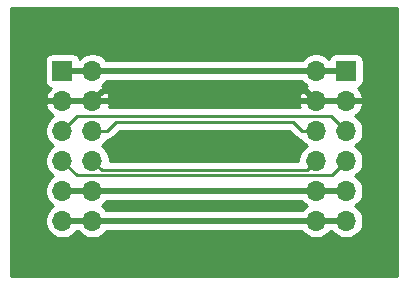
<source format=gbr>
%TF.GenerationSoftware,KiCad,Pcbnew,5.1.9-73d0e3b20d~88~ubuntu20.04.1*%
%TF.CreationDate,2021-04-02T21:19:43-07:00*%
%TF.ProjectId,wow_fix,776f775f-6669-4782-9e6b-696361645f70,A*%
%TF.SameCoordinates,Original*%
%TF.FileFunction,Copper,L2,Bot*%
%TF.FilePolarity,Positive*%
%FSLAX46Y46*%
G04 Gerber Fmt 4.6, Leading zero omitted, Abs format (unit mm)*
G04 Created by KiCad (PCBNEW 5.1.9-73d0e3b20d~88~ubuntu20.04.1) date 2021-04-02 21:19:43*
%MOMM*%
%LPD*%
G01*
G04 APERTURE LIST*
%TA.AperFunction,ComponentPad*%
%ADD10O,1.700000X1.700000*%
%TD*%
%TA.AperFunction,ComponentPad*%
%ADD11R,1.700000X1.700000*%
%TD*%
%TA.AperFunction,ViaPad*%
%ADD12C,0.800000*%
%TD*%
%TA.AperFunction,Conductor*%
%ADD13C,0.500000*%
%TD*%
%TA.AperFunction,Conductor*%
%ADD14C,0.250000*%
%TD*%
%TA.AperFunction,Conductor*%
%ADD15C,0.254000*%
%TD*%
%TA.AperFunction,Conductor*%
%ADD16C,0.100000*%
%TD*%
G04 APERTURE END LIST*
D10*
%TO.P,CN2,12*%
%TO.N,/POW_IN34*%
X109460000Y-106700000D03*
%TO.P,CN2,11*%
X112000000Y-106700000D03*
%TO.P,CN2,10*%
%TO.N,/GND34*%
X109460000Y-104160000D03*
%TO.P,CN2,9*%
X112000000Y-104160000D03*
%TO.P,CN2,8*%
%TO.N,/STOPH*%
X109460000Y-101620000D03*
%TO.P,CN2,7*%
%TO.N,/STOPL*%
X112000000Y-101620000D03*
%TO.P,CN2,6*%
%TO.N,/COMH*%
X109460000Y-99080000D03*
%TO.P,CN2,5*%
%TO.N,/COML*%
X112000000Y-99080000D03*
%TO.P,CN2,4*%
%TO.N,/GND12*%
X109460000Y-96540000D03*
%TO.P,CN2,3*%
X112000000Y-96540000D03*
%TO.P,CN2,2*%
%TO.N,/POW_IN12*%
X109460000Y-94000000D03*
D11*
%TO.P,CN2,1*%
X112000000Y-94000000D03*
%TD*%
D10*
%TO.P,CN1,12*%
%TO.N,/POW_IN34*%
X90540000Y-106700000D03*
%TO.P,CN1,11*%
X88000000Y-106700000D03*
%TO.P,CN1,10*%
%TO.N,/GND34*%
X90540000Y-104160000D03*
%TO.P,CN1,9*%
X88000000Y-104160000D03*
%TO.P,CN1,8*%
%TO.N,/STOPH*%
X90540000Y-101620000D03*
%TO.P,CN1,7*%
%TO.N,/STOPL*%
X88000000Y-101620000D03*
%TO.P,CN1,6*%
%TO.N,/COMH*%
X90540000Y-99080000D03*
%TO.P,CN1,5*%
%TO.N,/COML*%
X88000000Y-99080000D03*
%TO.P,CN1,4*%
%TO.N,/GND12*%
X90540000Y-96540000D03*
%TO.P,CN1,3*%
X88000000Y-96540000D03*
%TO.P,CN1,2*%
%TO.N,/POW_IN12*%
X90540000Y-94000000D03*
D11*
%TO.P,CN1,1*%
X88000000Y-94000000D03*
%TD*%
D12*
%TO.N,/GND12*%
X99979999Y-95690001D03*
X99980000Y-108010000D03*
X99980000Y-105520000D03*
X99980000Y-100090000D03*
X99980000Y-92420000D03*
%TD*%
D13*
%TO.N,/POW_IN34*%
X88000000Y-106700000D02*
X90540000Y-106700000D01*
X90540000Y-106700000D02*
X109460000Y-106700000D01*
X109460000Y-106700000D02*
X112000000Y-106700000D01*
%TO.N,/GND34*%
X88000000Y-104160000D02*
X90540000Y-104160000D01*
X90540000Y-104160000D02*
X109460000Y-104160000D01*
X109460000Y-104160000D02*
X112000000Y-104160000D01*
D14*
%TO.N,/STOPH*%
X108690000Y-102390000D02*
X109460000Y-101620000D01*
X90540000Y-101620000D02*
X91310000Y-102390000D01*
X91310000Y-102390000D02*
X108690000Y-102390000D01*
%TO.N,/STOPL*%
X88000000Y-101620000D02*
X89220011Y-102840011D01*
X89220011Y-102840011D02*
X110779989Y-102840011D01*
X110779989Y-102840011D02*
X112000000Y-101620000D01*
%TO.N,/COMH*%
X108257919Y-99080000D02*
X109460000Y-99080000D01*
X107477919Y-98300000D02*
X108257919Y-99080000D01*
X92522081Y-98300000D02*
X107477919Y-98300000D01*
X91742081Y-99080000D02*
X92522081Y-98300000D01*
X90540000Y-99080000D02*
X91742081Y-99080000D01*
%TO.N,/COML*%
X111150001Y-98230001D02*
X112000000Y-99080000D01*
X110750000Y-97830000D02*
X111150001Y-98230001D01*
X89250000Y-97830000D02*
X110750000Y-97830000D01*
X88000000Y-99080000D02*
X89250000Y-97830000D01*
D13*
%TO.N,/GND12*%
X88000000Y-96540000D02*
X90540000Y-96540000D01*
X109460000Y-96540000D02*
X112000000Y-96540000D01*
X91389999Y-95690001D02*
X99979999Y-95690001D01*
X108610001Y-95690001D02*
X109460000Y-96540000D01*
X90540000Y-96540000D02*
X91389999Y-95690001D01*
X99979999Y-95690001D02*
X108610001Y-95690001D01*
%TO.N,/POW_IN12*%
X88000000Y-94000000D02*
X90540000Y-94000000D01*
X109460000Y-94000000D02*
X112000000Y-94000000D01*
X90540000Y-94000000D02*
X99980000Y-94000000D01*
X99980000Y-94000000D02*
X109460000Y-94000000D01*
%TD*%
D15*
%TO.N,/GND12*%
X116330550Y-111349806D02*
X83660000Y-111340195D01*
X83660000Y-98933740D01*
X86515000Y-98933740D01*
X86515000Y-99226260D01*
X86572068Y-99513158D01*
X86684010Y-99783411D01*
X86846525Y-100026632D01*
X87053368Y-100233475D01*
X87227760Y-100350000D01*
X87053368Y-100466525D01*
X86846525Y-100673368D01*
X86684010Y-100916589D01*
X86572068Y-101186842D01*
X86515000Y-101473740D01*
X86515000Y-101766260D01*
X86572068Y-102053158D01*
X86684010Y-102323411D01*
X86846525Y-102566632D01*
X87053368Y-102773475D01*
X87227760Y-102890000D01*
X87053368Y-103006525D01*
X86846525Y-103213368D01*
X86684010Y-103456589D01*
X86572068Y-103726842D01*
X86515000Y-104013740D01*
X86515000Y-104306260D01*
X86572068Y-104593158D01*
X86684010Y-104863411D01*
X86846525Y-105106632D01*
X87053368Y-105313475D01*
X87227760Y-105430000D01*
X87053368Y-105546525D01*
X86846525Y-105753368D01*
X86684010Y-105996589D01*
X86572068Y-106266842D01*
X86515000Y-106553740D01*
X86515000Y-106846260D01*
X86572068Y-107133158D01*
X86684010Y-107403411D01*
X86846525Y-107646632D01*
X87053368Y-107853475D01*
X87296589Y-108015990D01*
X87566842Y-108127932D01*
X87853740Y-108185000D01*
X88146260Y-108185000D01*
X88433158Y-108127932D01*
X88703411Y-108015990D01*
X88946632Y-107853475D01*
X89153475Y-107646632D01*
X89194656Y-107585000D01*
X89345344Y-107585000D01*
X89386525Y-107646632D01*
X89593368Y-107853475D01*
X89836589Y-108015990D01*
X90106842Y-108127932D01*
X90393740Y-108185000D01*
X90686260Y-108185000D01*
X90973158Y-108127932D01*
X91243411Y-108015990D01*
X91486632Y-107853475D01*
X91693475Y-107646632D01*
X91734656Y-107585000D01*
X108265344Y-107585000D01*
X108306525Y-107646632D01*
X108513368Y-107853475D01*
X108756589Y-108015990D01*
X109026842Y-108127932D01*
X109313740Y-108185000D01*
X109606260Y-108185000D01*
X109893158Y-108127932D01*
X110163411Y-108015990D01*
X110406632Y-107853475D01*
X110613475Y-107646632D01*
X110654656Y-107585000D01*
X110805344Y-107585000D01*
X110846525Y-107646632D01*
X111053368Y-107853475D01*
X111296589Y-108015990D01*
X111566842Y-108127932D01*
X111853740Y-108185000D01*
X112146260Y-108185000D01*
X112433158Y-108127932D01*
X112703411Y-108015990D01*
X112946632Y-107853475D01*
X113153475Y-107646632D01*
X113315990Y-107403411D01*
X113427932Y-107133158D01*
X113485000Y-106846260D01*
X113485000Y-106553740D01*
X113427932Y-106266842D01*
X113315990Y-105996589D01*
X113153475Y-105753368D01*
X112946632Y-105546525D01*
X112772240Y-105430000D01*
X112946632Y-105313475D01*
X113153475Y-105106632D01*
X113315990Y-104863411D01*
X113427932Y-104593158D01*
X113485000Y-104306260D01*
X113485000Y-104013740D01*
X113427932Y-103726842D01*
X113315990Y-103456589D01*
X113153475Y-103213368D01*
X112946632Y-103006525D01*
X112772240Y-102890000D01*
X112946632Y-102773475D01*
X113153475Y-102566632D01*
X113315990Y-102323411D01*
X113427932Y-102053158D01*
X113485000Y-101766260D01*
X113485000Y-101473740D01*
X113427932Y-101186842D01*
X113315990Y-100916589D01*
X113153475Y-100673368D01*
X112946632Y-100466525D01*
X112772240Y-100350000D01*
X112946632Y-100233475D01*
X113153475Y-100026632D01*
X113315990Y-99783411D01*
X113427932Y-99513158D01*
X113485000Y-99226260D01*
X113485000Y-98933740D01*
X113427932Y-98646842D01*
X113315990Y-98376589D01*
X113153475Y-98133368D01*
X112946632Y-97926525D01*
X112764466Y-97804805D01*
X112881355Y-97735178D01*
X113097588Y-97540269D01*
X113271641Y-97306920D01*
X113396825Y-97044099D01*
X113441476Y-96896890D01*
X113320155Y-96667000D01*
X112127000Y-96667000D01*
X112127000Y-96687000D01*
X111873000Y-96687000D01*
X111873000Y-96667000D01*
X109587000Y-96667000D01*
X109587000Y-96687000D01*
X109333000Y-96687000D01*
X109333000Y-96667000D01*
X108139845Y-96667000D01*
X108018524Y-96896890D01*
X108063175Y-97044099D01*
X108075512Y-97070000D01*
X91924488Y-97070000D01*
X91936825Y-97044099D01*
X91981476Y-96896890D01*
X91860155Y-96667000D01*
X90667000Y-96667000D01*
X90667000Y-96687000D01*
X90413000Y-96687000D01*
X90413000Y-96667000D01*
X88127000Y-96667000D01*
X88127000Y-96687000D01*
X87873000Y-96687000D01*
X87873000Y-96667000D01*
X86679845Y-96667000D01*
X86558524Y-96896890D01*
X86603175Y-97044099D01*
X86728359Y-97306920D01*
X86902412Y-97540269D01*
X87118645Y-97735178D01*
X87235534Y-97804805D01*
X87053368Y-97926525D01*
X86846525Y-98133368D01*
X86684010Y-98376589D01*
X86572068Y-98646842D01*
X86515000Y-98933740D01*
X83660000Y-98933740D01*
X83660000Y-93150000D01*
X86511928Y-93150000D01*
X86511928Y-94850000D01*
X86524188Y-94974482D01*
X86560498Y-95094180D01*
X86619463Y-95204494D01*
X86698815Y-95301185D01*
X86795506Y-95380537D01*
X86905820Y-95439502D01*
X86986466Y-95463966D01*
X86902412Y-95539731D01*
X86728359Y-95773080D01*
X86603175Y-96035901D01*
X86558524Y-96183110D01*
X86679845Y-96413000D01*
X87873000Y-96413000D01*
X87873000Y-96393000D01*
X88127000Y-96393000D01*
X88127000Y-96413000D01*
X90413000Y-96413000D01*
X90413000Y-96393000D01*
X90667000Y-96393000D01*
X90667000Y-96413000D01*
X91860155Y-96413000D01*
X91981476Y-96183110D01*
X91936825Y-96035901D01*
X91811641Y-95773080D01*
X91637588Y-95539731D01*
X91421355Y-95344822D01*
X91304466Y-95275195D01*
X91486632Y-95153475D01*
X91693475Y-94946632D01*
X91734656Y-94885000D01*
X108265344Y-94885000D01*
X108306525Y-94946632D01*
X108513368Y-95153475D01*
X108695534Y-95275195D01*
X108578645Y-95344822D01*
X108362412Y-95539731D01*
X108188359Y-95773080D01*
X108063175Y-96035901D01*
X108018524Y-96183110D01*
X108139845Y-96413000D01*
X109333000Y-96413000D01*
X109333000Y-96393000D01*
X109587000Y-96393000D01*
X109587000Y-96413000D01*
X111873000Y-96413000D01*
X111873000Y-96393000D01*
X112127000Y-96393000D01*
X112127000Y-96413000D01*
X113320155Y-96413000D01*
X113441476Y-96183110D01*
X113396825Y-96035901D01*
X113271641Y-95773080D01*
X113097588Y-95539731D01*
X113013534Y-95463966D01*
X113094180Y-95439502D01*
X113204494Y-95380537D01*
X113301185Y-95301185D01*
X113380537Y-95204494D01*
X113439502Y-95094180D01*
X113475812Y-94974482D01*
X113488072Y-94850000D01*
X113488072Y-93150000D01*
X113475812Y-93025518D01*
X113439502Y-92905820D01*
X113380537Y-92795506D01*
X113301185Y-92698815D01*
X113204494Y-92619463D01*
X113094180Y-92560498D01*
X112974482Y-92524188D01*
X112850000Y-92511928D01*
X111150000Y-92511928D01*
X111025518Y-92524188D01*
X110905820Y-92560498D01*
X110795506Y-92619463D01*
X110698815Y-92698815D01*
X110619463Y-92795506D01*
X110560498Y-92905820D01*
X110538487Y-92978380D01*
X110406632Y-92846525D01*
X110163411Y-92684010D01*
X109893158Y-92572068D01*
X109606260Y-92515000D01*
X109313740Y-92515000D01*
X109026842Y-92572068D01*
X108756589Y-92684010D01*
X108513368Y-92846525D01*
X108306525Y-93053368D01*
X108265344Y-93115000D01*
X91734656Y-93115000D01*
X91693475Y-93053368D01*
X91486632Y-92846525D01*
X91243411Y-92684010D01*
X90973158Y-92572068D01*
X90686260Y-92515000D01*
X90393740Y-92515000D01*
X90106842Y-92572068D01*
X89836589Y-92684010D01*
X89593368Y-92846525D01*
X89461513Y-92978380D01*
X89439502Y-92905820D01*
X89380537Y-92795506D01*
X89301185Y-92698815D01*
X89204494Y-92619463D01*
X89094180Y-92560498D01*
X88974482Y-92524188D01*
X88850000Y-92511928D01*
X87150000Y-92511928D01*
X87025518Y-92524188D01*
X86905820Y-92560498D01*
X86795506Y-92619463D01*
X86698815Y-92698815D01*
X86619463Y-92795506D01*
X86560498Y-92905820D01*
X86524188Y-93025518D01*
X86511928Y-93150000D01*
X83660000Y-93150000D01*
X83660000Y-88659805D01*
X116349451Y-88650194D01*
X116330550Y-111349806D01*
%TA.AperFunction,Conductor*%
D16*
G36*
X116330550Y-111349806D02*
G01*
X83660000Y-111340195D01*
X83660000Y-98933740D01*
X86515000Y-98933740D01*
X86515000Y-99226260D01*
X86572068Y-99513158D01*
X86684010Y-99783411D01*
X86846525Y-100026632D01*
X87053368Y-100233475D01*
X87227760Y-100350000D01*
X87053368Y-100466525D01*
X86846525Y-100673368D01*
X86684010Y-100916589D01*
X86572068Y-101186842D01*
X86515000Y-101473740D01*
X86515000Y-101766260D01*
X86572068Y-102053158D01*
X86684010Y-102323411D01*
X86846525Y-102566632D01*
X87053368Y-102773475D01*
X87227760Y-102890000D01*
X87053368Y-103006525D01*
X86846525Y-103213368D01*
X86684010Y-103456589D01*
X86572068Y-103726842D01*
X86515000Y-104013740D01*
X86515000Y-104306260D01*
X86572068Y-104593158D01*
X86684010Y-104863411D01*
X86846525Y-105106632D01*
X87053368Y-105313475D01*
X87227760Y-105430000D01*
X87053368Y-105546525D01*
X86846525Y-105753368D01*
X86684010Y-105996589D01*
X86572068Y-106266842D01*
X86515000Y-106553740D01*
X86515000Y-106846260D01*
X86572068Y-107133158D01*
X86684010Y-107403411D01*
X86846525Y-107646632D01*
X87053368Y-107853475D01*
X87296589Y-108015990D01*
X87566842Y-108127932D01*
X87853740Y-108185000D01*
X88146260Y-108185000D01*
X88433158Y-108127932D01*
X88703411Y-108015990D01*
X88946632Y-107853475D01*
X89153475Y-107646632D01*
X89194656Y-107585000D01*
X89345344Y-107585000D01*
X89386525Y-107646632D01*
X89593368Y-107853475D01*
X89836589Y-108015990D01*
X90106842Y-108127932D01*
X90393740Y-108185000D01*
X90686260Y-108185000D01*
X90973158Y-108127932D01*
X91243411Y-108015990D01*
X91486632Y-107853475D01*
X91693475Y-107646632D01*
X91734656Y-107585000D01*
X108265344Y-107585000D01*
X108306525Y-107646632D01*
X108513368Y-107853475D01*
X108756589Y-108015990D01*
X109026842Y-108127932D01*
X109313740Y-108185000D01*
X109606260Y-108185000D01*
X109893158Y-108127932D01*
X110163411Y-108015990D01*
X110406632Y-107853475D01*
X110613475Y-107646632D01*
X110654656Y-107585000D01*
X110805344Y-107585000D01*
X110846525Y-107646632D01*
X111053368Y-107853475D01*
X111296589Y-108015990D01*
X111566842Y-108127932D01*
X111853740Y-108185000D01*
X112146260Y-108185000D01*
X112433158Y-108127932D01*
X112703411Y-108015990D01*
X112946632Y-107853475D01*
X113153475Y-107646632D01*
X113315990Y-107403411D01*
X113427932Y-107133158D01*
X113485000Y-106846260D01*
X113485000Y-106553740D01*
X113427932Y-106266842D01*
X113315990Y-105996589D01*
X113153475Y-105753368D01*
X112946632Y-105546525D01*
X112772240Y-105430000D01*
X112946632Y-105313475D01*
X113153475Y-105106632D01*
X113315990Y-104863411D01*
X113427932Y-104593158D01*
X113485000Y-104306260D01*
X113485000Y-104013740D01*
X113427932Y-103726842D01*
X113315990Y-103456589D01*
X113153475Y-103213368D01*
X112946632Y-103006525D01*
X112772240Y-102890000D01*
X112946632Y-102773475D01*
X113153475Y-102566632D01*
X113315990Y-102323411D01*
X113427932Y-102053158D01*
X113485000Y-101766260D01*
X113485000Y-101473740D01*
X113427932Y-101186842D01*
X113315990Y-100916589D01*
X113153475Y-100673368D01*
X112946632Y-100466525D01*
X112772240Y-100350000D01*
X112946632Y-100233475D01*
X113153475Y-100026632D01*
X113315990Y-99783411D01*
X113427932Y-99513158D01*
X113485000Y-99226260D01*
X113485000Y-98933740D01*
X113427932Y-98646842D01*
X113315990Y-98376589D01*
X113153475Y-98133368D01*
X112946632Y-97926525D01*
X112764466Y-97804805D01*
X112881355Y-97735178D01*
X113097588Y-97540269D01*
X113271641Y-97306920D01*
X113396825Y-97044099D01*
X113441476Y-96896890D01*
X113320155Y-96667000D01*
X112127000Y-96667000D01*
X112127000Y-96687000D01*
X111873000Y-96687000D01*
X111873000Y-96667000D01*
X109587000Y-96667000D01*
X109587000Y-96687000D01*
X109333000Y-96687000D01*
X109333000Y-96667000D01*
X108139845Y-96667000D01*
X108018524Y-96896890D01*
X108063175Y-97044099D01*
X108075512Y-97070000D01*
X91924488Y-97070000D01*
X91936825Y-97044099D01*
X91981476Y-96896890D01*
X91860155Y-96667000D01*
X90667000Y-96667000D01*
X90667000Y-96687000D01*
X90413000Y-96687000D01*
X90413000Y-96667000D01*
X88127000Y-96667000D01*
X88127000Y-96687000D01*
X87873000Y-96687000D01*
X87873000Y-96667000D01*
X86679845Y-96667000D01*
X86558524Y-96896890D01*
X86603175Y-97044099D01*
X86728359Y-97306920D01*
X86902412Y-97540269D01*
X87118645Y-97735178D01*
X87235534Y-97804805D01*
X87053368Y-97926525D01*
X86846525Y-98133368D01*
X86684010Y-98376589D01*
X86572068Y-98646842D01*
X86515000Y-98933740D01*
X83660000Y-98933740D01*
X83660000Y-93150000D01*
X86511928Y-93150000D01*
X86511928Y-94850000D01*
X86524188Y-94974482D01*
X86560498Y-95094180D01*
X86619463Y-95204494D01*
X86698815Y-95301185D01*
X86795506Y-95380537D01*
X86905820Y-95439502D01*
X86986466Y-95463966D01*
X86902412Y-95539731D01*
X86728359Y-95773080D01*
X86603175Y-96035901D01*
X86558524Y-96183110D01*
X86679845Y-96413000D01*
X87873000Y-96413000D01*
X87873000Y-96393000D01*
X88127000Y-96393000D01*
X88127000Y-96413000D01*
X90413000Y-96413000D01*
X90413000Y-96393000D01*
X90667000Y-96393000D01*
X90667000Y-96413000D01*
X91860155Y-96413000D01*
X91981476Y-96183110D01*
X91936825Y-96035901D01*
X91811641Y-95773080D01*
X91637588Y-95539731D01*
X91421355Y-95344822D01*
X91304466Y-95275195D01*
X91486632Y-95153475D01*
X91693475Y-94946632D01*
X91734656Y-94885000D01*
X108265344Y-94885000D01*
X108306525Y-94946632D01*
X108513368Y-95153475D01*
X108695534Y-95275195D01*
X108578645Y-95344822D01*
X108362412Y-95539731D01*
X108188359Y-95773080D01*
X108063175Y-96035901D01*
X108018524Y-96183110D01*
X108139845Y-96413000D01*
X109333000Y-96413000D01*
X109333000Y-96393000D01*
X109587000Y-96393000D01*
X109587000Y-96413000D01*
X111873000Y-96413000D01*
X111873000Y-96393000D01*
X112127000Y-96393000D01*
X112127000Y-96413000D01*
X113320155Y-96413000D01*
X113441476Y-96183110D01*
X113396825Y-96035901D01*
X113271641Y-95773080D01*
X113097588Y-95539731D01*
X113013534Y-95463966D01*
X113094180Y-95439502D01*
X113204494Y-95380537D01*
X113301185Y-95301185D01*
X113380537Y-95204494D01*
X113439502Y-95094180D01*
X113475812Y-94974482D01*
X113488072Y-94850000D01*
X113488072Y-93150000D01*
X113475812Y-93025518D01*
X113439502Y-92905820D01*
X113380537Y-92795506D01*
X113301185Y-92698815D01*
X113204494Y-92619463D01*
X113094180Y-92560498D01*
X112974482Y-92524188D01*
X112850000Y-92511928D01*
X111150000Y-92511928D01*
X111025518Y-92524188D01*
X110905820Y-92560498D01*
X110795506Y-92619463D01*
X110698815Y-92698815D01*
X110619463Y-92795506D01*
X110560498Y-92905820D01*
X110538487Y-92978380D01*
X110406632Y-92846525D01*
X110163411Y-92684010D01*
X109893158Y-92572068D01*
X109606260Y-92515000D01*
X109313740Y-92515000D01*
X109026842Y-92572068D01*
X108756589Y-92684010D01*
X108513368Y-92846525D01*
X108306525Y-93053368D01*
X108265344Y-93115000D01*
X91734656Y-93115000D01*
X91693475Y-93053368D01*
X91486632Y-92846525D01*
X91243411Y-92684010D01*
X90973158Y-92572068D01*
X90686260Y-92515000D01*
X90393740Y-92515000D01*
X90106842Y-92572068D01*
X89836589Y-92684010D01*
X89593368Y-92846525D01*
X89461513Y-92978380D01*
X89439502Y-92905820D01*
X89380537Y-92795506D01*
X89301185Y-92698815D01*
X89204494Y-92619463D01*
X89094180Y-92560498D01*
X88974482Y-92524188D01*
X88850000Y-92511928D01*
X87150000Y-92511928D01*
X87025518Y-92524188D01*
X86905820Y-92560498D01*
X86795506Y-92619463D01*
X86698815Y-92698815D01*
X86619463Y-92795506D01*
X86560498Y-92905820D01*
X86524188Y-93025518D01*
X86511928Y-93150000D01*
X83660000Y-93150000D01*
X83660000Y-88659805D01*
X116349451Y-88650194D01*
X116330550Y-111349806D01*
G37*
%TD.AperFunction*%
D15*
X108306525Y-105106632D02*
X108513368Y-105313475D01*
X108687760Y-105430000D01*
X108513368Y-105546525D01*
X108306525Y-105753368D01*
X108265344Y-105815000D01*
X91734656Y-105815000D01*
X91693475Y-105753368D01*
X91486632Y-105546525D01*
X91312240Y-105430000D01*
X91486632Y-105313475D01*
X91693475Y-105106632D01*
X91734656Y-105045000D01*
X108265344Y-105045000D01*
X108306525Y-105106632D01*
%TA.AperFunction,Conductor*%
D16*
G36*
X108306525Y-105106632D02*
G01*
X108513368Y-105313475D01*
X108687760Y-105430000D01*
X108513368Y-105546525D01*
X108306525Y-105753368D01*
X108265344Y-105815000D01*
X91734656Y-105815000D01*
X91693475Y-105753368D01*
X91486632Y-105546525D01*
X91312240Y-105430000D01*
X91486632Y-105313475D01*
X91693475Y-105106632D01*
X91734656Y-105045000D01*
X108265344Y-105045000D01*
X108306525Y-105106632D01*
G37*
%TD.AperFunction*%
D15*
X107694120Y-99591002D02*
X107717918Y-99620001D01*
X107746916Y-99643799D01*
X107833643Y-99714974D01*
X107965672Y-99785546D01*
X108108933Y-99829003D01*
X108179091Y-99835913D01*
X108306525Y-100026632D01*
X108513368Y-100233475D01*
X108687760Y-100350000D01*
X108513368Y-100466525D01*
X108306525Y-100673368D01*
X108144010Y-100916589D01*
X108032068Y-101186842D01*
X107975000Y-101473740D01*
X107975000Y-101630000D01*
X92025000Y-101630000D01*
X92025000Y-101473740D01*
X91967932Y-101186842D01*
X91855990Y-100916589D01*
X91693475Y-100673368D01*
X91486632Y-100466525D01*
X91312240Y-100350000D01*
X91486632Y-100233475D01*
X91693475Y-100026632D01*
X91820909Y-99835913D01*
X91891067Y-99829003D01*
X92034328Y-99785546D01*
X92166357Y-99714974D01*
X92282082Y-99620001D01*
X92305884Y-99590998D01*
X92836883Y-99060000D01*
X107163118Y-99060000D01*
X107694120Y-99591002D01*
%TA.AperFunction,Conductor*%
D16*
G36*
X107694120Y-99591002D02*
G01*
X107717918Y-99620001D01*
X107746916Y-99643799D01*
X107833643Y-99714974D01*
X107965672Y-99785546D01*
X108108933Y-99829003D01*
X108179091Y-99835913D01*
X108306525Y-100026632D01*
X108513368Y-100233475D01*
X108687760Y-100350000D01*
X108513368Y-100466525D01*
X108306525Y-100673368D01*
X108144010Y-100916589D01*
X108032068Y-101186842D01*
X107975000Y-101473740D01*
X107975000Y-101630000D01*
X92025000Y-101630000D01*
X92025000Y-101473740D01*
X91967932Y-101186842D01*
X91855990Y-100916589D01*
X91693475Y-100673368D01*
X91486632Y-100466525D01*
X91312240Y-100350000D01*
X91486632Y-100233475D01*
X91693475Y-100026632D01*
X91820909Y-99835913D01*
X91891067Y-99829003D01*
X92034328Y-99785546D01*
X92166357Y-99714974D01*
X92282082Y-99620001D01*
X92305884Y-99590998D01*
X92836883Y-99060000D01*
X107163118Y-99060000D01*
X107694120Y-99591002D01*
G37*
%TD.AperFunction*%
%TD*%
M02*

</source>
